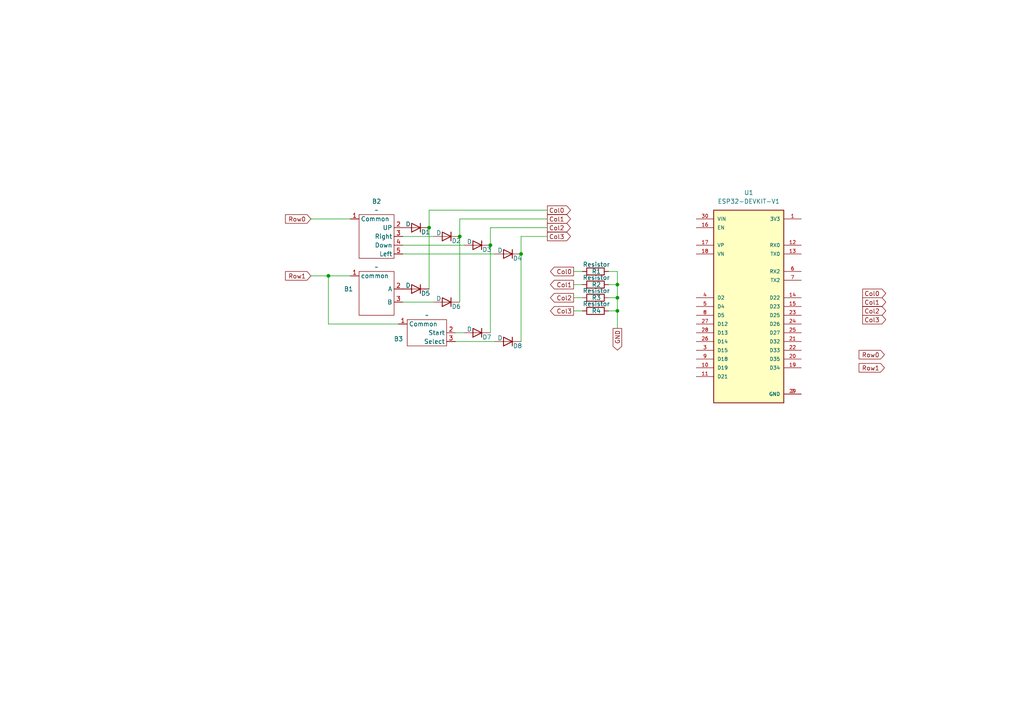
<source format=kicad_sch>
(kicad_sch (version 20240812) (generator "eeschema") (generator_version "8.99")
  (paper "A4")
  (lib_symbols
    (symbol "GBC_SYM:GBC_ActionBTNs"
      (property "Reference" "B" (at -3.048 7.874 0))
      (symbol "GBC_ActionBTNs_0_1"
        (rectangle (start -3.81 6.35) (end 6.35 -6.35))
      )
      (symbol "GBC_ActionBTNs_1_1"
        (pin passive line (at -6.35 5.08 0) (length 2.54) (name "common") (number "1"))
        (pin passive line (at 8.89 1.27 180) (length 2.54) (name "A") (number "2"))
        (pin passive line (at 8.89 -2.54 180) (length 2.54) (name "B") (number "3"))
      )
    )
    (symbol "GBC_SYM:GBC_DPad"
      (property "Reference" "B" (at -3.302 7.62 0))
      (symbol "GBC_DPad_0_1"
        (rectangle (start -3.81 6.35) (end 6.35 -6.35))
      )
      (symbol "GBC_DPad_1_1"
        (pin passive line (at -6.35 5.08 0) (length 2.54) (name "Common") (number "1"))
        (pin passive line (at 8.89 2.54 180) (length 2.54) (name "UP") (number "2"))
        (pin passive line (at 8.89 0 180) (length 2.54) (name "Right") (number "3"))
        (pin passive line (at 8.89 -2.54 180) (length 2.54) (name "Down") (number "4"))
        (pin passive line (at 8.89 -5.08 180) (length 2.54) (name "Left") (number "5"))
      )
    )
    (symbol "GBC_SYM:GBC_StartSelect"
      (property "Reference" "B" (at -3.302 5.08 0))
      (symbol "GBC_StartSelect_0_1"
        (rectangle (start -3.81 3.81) (end 7.62 -3.81))
      )
      (symbol "GBC_StartSelect_1_1"
        (pin passive line (at -6.35 2.54 0) (length 2.54) (name "Common") (number "1"))
        (pin passive line (at 10.16 0 180) (length 2.54) (name "Start") (number "2"))
        (pin passive line (at 10.16 -2.54 180) (length 2.54) (name "Select") (number "3"))
      )
    )
    (symbol "TIGMIT_KEBOARD_SYMBOLS:D" (pin_numbers hide) (pin_names (offset 1.016) hide)
      (property "Reference" "D" (at 0 2.54 0))
      (property "Value" "D" (at 0 -2.54 0))
      (symbol "D_0_1"
        (polyline (pts (xy -1.27 1.27) (xy -1.27 -1.27)) (stroke (width 0.254)))
        (polyline (pts (xy 1.27 1.27) (xy 1.27 -1.27) (xy -1.27 0) (xy 1.27 1.27)) (stroke (width 0.254)))
        (polyline (pts (xy 1.27 0) (xy -1.27 0)))
      )
      (symbol "D_1_1"
        (pin passive line (at -3.81 0 0) (length 2.54) (name "K") (number "1"))
        (pin passive line (at 3.81 0 180) (length 2.54) (name "A") (number "2"))
      )
    )
    (symbol "TIGMIT_KEBOARD_SYMBOLS:Placeholder_Resistor" (pin_numbers hide) (pin_names (offset 0))
      (property "Reference" "R" (at 0 2.032 0))
      (property "Value" "Resistor" (at 0 -2.54 0))
      (symbol "Placeholder_Resistor_0_1"
        (rectangle (start 2.54 -1.016) (end -2.54 1.016) (stroke (width 0.254)))
      )
      (symbol "Placeholder_Resistor_1_1"
        (pin passive line (at -3.81 0 0) (length 1.27) (name "~") (number "1"))
        (pin passive line (at 3.81 0 180) (length 1.27) (name "~") (number "2"))
      )
    )
    (symbol "tigmit_stuff:ESP32-DEVKIT-V1" (pin_names (offset 1.016))
      (property "Reference" "U5" (at 0 -33.02 0))
      (property "Value" "ESP32-DEVKIT-V1 Matrix Handler" (at 0 -30.48 0))
      (symbol "ESP32-DEVKIT-V1_0_0"
        (rectangle (start -10.16 -27.94) (end 10.16 27.94) (stroke (width 0.254)) (fill (type background)))
        (pin input line (at -15.24 25.4 0) (length 5.08) (name "VIN") (number "30"))
        (pin input line (at -15.24 22.86 0) (length 5.08) (name "EN") (number "16"))
        (pin bidirectional line (at -15.24 17.78 0) (length 5.08) (name "VP") (number "17"))
        (pin bidirectional line (at -15.24 15.24 0) (length 5.08) (name "VN") (number "18"))
        (pin bidirectional line (at -15.24 2.54 0) (length 5.08) (name "D2") (number "4"))
        (pin bidirectional line (at -15.24 0 0) (length 5.08) (name "D4") (number "5"))
        (pin bidirectional line (at -15.24 -2.54 0) (length 5.08) (name "D5") (number "8"))
        (pin bidirectional line (at -15.24 -5.08 0) (length 5.08) (name "D12") (number "27"))
        (pin bidirectional line (at -15.24 -7.62 0) (length 5.08) (name "D13") (number "28"))
        (pin bidirectional line (at -15.24 -10.16 0) (length 5.08) (name "D14") (number "26"))
        (pin bidirectional line (at -15.24 -12.7 0) (length 5.08) (name "D15") (number "3"))
        (pin bidirectional line (at -15.24 -15.24 0) (length 5.08) (name "D18") (number "9"))
        (pin bidirectional line (at -15.24 -17.78 0) (length 5.08) (name "D19") (number "10"))
        (pin bidirectional line (at -15.24 -20.32 0) (length 5.08) (name "D21") (number "11"))
        (pin output line (at 15.24 25.4 180) (length 5.08) (name "3V3") (number "1"))
        (pin input line (at 15.24 17.78 180) (length 5.08) (name "RX0") (number "12"))
        (pin output line (at 15.24 15.24 180) (length 5.08) (name "TX0") (number "13"))
        (pin input line (at 15.24 10.16 180) (length 5.08) (name "RX2") (number "6"))
        (pin output line (at 15.24 7.62 180) (length 5.08) (name "TX2") (number "7"))
        (pin bidirectional line (at 15.24 2.54 180) (length 5.08) (name "D22") (number "14"))
        (pin bidirectional line (at 15.24 0 180) (length 5.08) (name "D23") (number "15"))
        (pin bidirectional line (at 15.24 -2.54 180) (length 5.08) (name "D25") (number "23"))
        (pin bidirectional line (at 15.24 -5.08 180) (length 5.08) (name "D26") (number "24"))
        (pin bidirectional line (at 15.24 -7.62 180) (length 5.08) (name "D27") (number "25"))
        (pin bidirectional line (at 15.24 -10.16 180) (length 5.08) (name "D32") (number "21"))
        (pin bidirectional line (at 15.24 -12.7 180) (length 5.08) (name "D33") (number "22"))
        (pin bidirectional line (at 15.24 -15.24 180) (length 5.08) (name "D35") (number "20"))
        (pin bidirectional line (at 15.24 -17.78 180) (length 5.08) (name "D34") (number "19"))
        (pin power_in line (at 15.24 -25.4 180) (length 5.08) (name "GND") (number "2"))
        (pin power_in line (at 15.24 -25.4 180) (length 5.08) (name "GND") (number "29"))
      )
    )
  )
  (junction (at 151.13 73.66))
  (junction (at 124.46 66.04))
  (junction (at 179.07 86.36))
  (junction (at 95.25 80.01))
  (junction (at 133.35 68.58))
  (junction (at 179.07 90.17))
  (junction (at 179.07 82.55))
  (junction (at 142.24 71.12))
  (wire (pts (xy 90.17 80.01) (xy 95.25 80.01)))
  (wire (pts (xy 125.73 68.58) (xy 116.84 68.58)))
  (wire (pts (xy 176.53 82.55) (xy 179.07 82.55)))
  (wire (pts (xy 142.24 66.04) (xy 158.75 66.04)))
  (wire (pts (xy 151.13 99.06) (xy 151.13 73.66)))
  (wire (pts (xy 142.24 66.04) (xy 142.24 71.12)))
  (wire (pts (xy 179.07 86.36) (xy 179.07 90.17)))
  (wire (pts (xy 124.46 60.96) (xy 158.75 60.96)))
  (wire (pts (xy 176.53 86.36) (xy 179.07 86.36)))
  (wire (pts (xy 166.37 82.55) (xy 168.91 82.55)))
  (wire (pts (xy 176.53 78.74) (xy 179.07 78.74)))
  (wire (pts (xy 95.25 93.98) (xy 115.57 93.98)))
  (wire (pts (xy 125.73 87.63) (xy 116.84 87.63)))
  (wire (pts (xy 166.37 86.36) (xy 168.91 86.36)))
  (wire (pts (xy 124.46 66.04) (xy 124.46 83.82)))
  (wire (pts (xy 166.37 78.74) (xy 168.91 78.74)))
  (wire (pts (xy 133.35 63.5) (xy 133.35 68.58)))
  (wire (pts (xy 179.07 82.55) (xy 179.07 86.36)))
  (wire (pts (xy 95.25 93.98) (xy 95.25 80.01)))
  (wire (pts (xy 176.53 90.17) (xy 179.07 90.17)))
  (wire (pts (xy 133.35 63.5) (xy 158.75 63.5)))
  (wire (pts (xy 124.46 60.96) (xy 124.46 66.04)))
  (wire (pts (xy 134.62 71.12) (xy 116.84 71.12)))
  (wire (pts (xy 134.62 96.52) (xy 132.08 96.52)))
  (wire (pts (xy 179.07 90.17) (xy 179.07 95.25)))
  (wire (pts (xy 151.13 68.58) (xy 158.75 68.58)))
  (wire (pts (xy 133.35 68.58) (xy 133.35 87.63)))
  (wire (pts (xy 179.07 78.74) (xy 179.07 82.55)))
  (wire (pts (xy 90.17 63.5) (xy 101.6 63.5)))
  (wire (pts (xy 142.24 71.12) (xy 142.24 96.52)))
  (wire (pts (xy 95.25 80.01) (xy 101.6 80.01)))
  (wire (pts (xy 143.51 99.06) (xy 132.08 99.06)))
  (wire (pts (xy 143.51 73.66) (xy 116.84 73.66)))
  (wire (pts (xy 166.37 90.17) (xy 168.91 90.17)))
  (wire (pts (xy 151.13 73.66) (xy 151.13 68.58)))
  (global_label "Row1" (shape input) (at 90.17 80.01 180) (property "Intersheetrefs" "${INTERSHEET_REFS}" (effects (hide yes))))
  (global_label "Row0" (shape input) (at 90.17 63.5 180) (property "Intersheetrefs" "${INTERSHEET_REFS}" (effects (hide yes))))
  (global_label "Col2" (shape output) (at 166.37 86.36 180) (property "Intersheetrefs" "${INTERSHEET_REFS}" (effects (hide yes))))
  (global_label "Col2" (shape output) (at 250.19 90.17 0) (property "Intersheetrefs" "${INTERSHEET_REFS}" (effects (hide yes))))
  (global_label "Col1" (shape output) (at 250.19 87.63 0) (property "Intersheetrefs" "${INTERSHEET_REFS}" (effects (hide yes))))
  (global_label "Col3" (shape output) (at 250.19 92.71 0) (property "Intersheetrefs" "${INTERSHEET_REFS}" (effects (hide yes))))
  (global_label "Col3" (shape output) (at 166.37 90.17 180) (property "Intersheetrefs" "${INTERSHEET_REFS}" (effects (hide yes))))
  (global_label "Col2" (shape output) (at 158.75 66.04 0) (property "Intersheetrefs" "${INTERSHEET_REFS}" (effects (hide yes))))
  (global_label "Col1" (shape output) (at 158.75 63.5 0) (property "Intersheetrefs" "${INTERSHEET_REFS}" (effects (hide yes))))
  (global_label "GND" (shape output) (at 179.07 95.25 270) (property "Intersheetrefs" "${INTERSHEET_REFS}" (effects (hide yes))))
  (global_label "Row1" (shape input) (at 256.54 106.68 180) (property "Intersheetrefs" "${INTERSHEET_REFS}" (effects (hide yes))))
  (global_label "Col0" (shape output) (at 250.19 85.09 0) (property "Intersheetrefs" "${INTERSHEET_REFS}" (effects (hide yes))))
  (global_label "Row0" (shape input) (at 256.54 102.87 180) (property "Intersheetrefs" "${INTERSHEET_REFS}" (effects (hide yes))))
  (global_label "Col1" (shape output) (at 166.37 82.55 180) (property "Intersheetrefs" "${INTERSHEET_REFS}" (effects (hide yes))))
  (global_label "Col0" (shape output) (at 158.75 60.96 0) (property "Intersheetrefs" "${INTERSHEET_REFS}" (effects (hide yes))))
  (global_label "Col3" (shape output) (at 158.75 68.58 0) (property "Intersheetrefs" "${INTERSHEET_REFS}" (effects (hide yes))))
  (global_label "Col0" (shape output) (at 166.37 78.74 180) (property "Intersheetrefs" "${INTERSHEET_REFS}" (effects (hide yes))))
  (symbol (lib_id "tigmit_stuff:ESP32-DEVKIT-V1") (at 217.17 88.9 0) (unit 1)
    (property "Reference" "U1" (at 217.17 55.88 0))
    (property "Value" "ESP32-DEVKIT-V1" (at 217.17 58.42 0))
    (property "Footprint" "tigmitLib:ESP32 Vroom Devkit V1" (effects (hide yes)))
    (property "MF" "Do it" (effects (hide yes)))
    (property "MAXIMUM_PACKAGE_HEIGHT" "6.8 mm" (effects (hide yes)))
    (property "Package" "None" (effects (hide yes)))
    (property "Price" "None" (effects (hide yes)))
    (property "Check_prices" "https://www.snapeda.com/parts/ESP32-DEVKIT-V1/Do+it/view-part/?ref=eda" (effects (hide yes)))
    (property "STANDARD" "Manufacturer Recommendations" (effects (hide yes)))
    (property "PARTREV" "N/A" (effects (hide yes)))
    (property "SnapEDA_Link" "https://www.snapeda.com/parts/ESP32-DEVKIT-V1/Do+it/view-part/?ref=snap" (effects (hide yes)))
    (property "MP" "ESP32-DEVKIT-V1" (effects (hide yes)))
    (property "Description_1" "\nDual core, Wi-Fi: 2.4 GHz up to 150 Mbits/s,BLE (Bluetooth Low Energy) and legacy Bluetooth, 32 bits, Up to 240 MHz\n" (effects (hide yes)))
    (property "Availability" "Not in stock" (effects (hide yes)))
    (property "MANUFACTURER" "DOIT" (effects (hide yes)))
  )
  (symbol (lib_id "TIGMIT_KEBOARD_SYMBOLS:D") (at 147.32 73.66 180) (unit 1)
    (property "Reference" "D4" (at 150.114 74.93 0))
    (property "Value" "D" (at 145.034 72.644 0))
    (property "Description" "Diode" (effects (hide yes)))
    (property "Sim.Device" "D" (effects (hide yes)))
    (property "Sim.Pins" "1=K 2=A" (effects (hide yes)))
  )
  (symbol (lib_id "TIGMIT_KEBOARD_SYMBOLS:D") (at 129.54 68.58 180) (unit 1)
    (property "Reference" "D2" (at 132.334 69.85 0))
    (property "Value" "D" (at 127.254 67.564 0))
    (property "Description" "Diode" (effects (hide yes)))
    (property "Sim.Device" "D" (effects (hide yes)))
    (property "Sim.Pins" "1=K 2=A" (effects (hide yes)))
  )
  (symbol (lib_id "TIGMIT_KEBOARD_SYMBOLS:Placeholder_Resistor") (at 172.72 82.55 0) (unit 1)
    (property "Reference" "R2" (at 172.974 82.55 0))
    (property "Value" "Resistor" (at 172.974 80.518 0))
    (property "Description" "Resistor" (effects (hide yes)))
  )
  (symbol (lib_id "TIGMIT_KEBOARD_SYMBOLS:D") (at 138.43 96.52 180) (unit 1)
    (property "Reference" "D7" (at 141.224 97.79 0))
    (property "Value" "D" (at 136.144 95.504 0))
    (property "Description" "Diode" (effects (hide yes)))
    (property "Sim.Device" "D" (effects (hide yes)))
    (property "Sim.Pins" "1=K 2=A" (effects (hide yes)))
  )
  (symbol (lib_id "TIGMIT_KEBOARD_SYMBOLS:Placeholder_Resistor") (at 172.72 78.74 0) (unit 1)
    (property "Reference" "R1" (at 172.974 78.74 0))
    (property "Value" "Resistor" (at 172.974 76.708 0))
    (property "Description" "Resistor" (effects (hide yes)))
  )
  (symbol (lib_id "TIGMIT_KEBOARD_SYMBOLS:Placeholder_Resistor") (at 172.72 86.36 0) (unit 1)
    (property "Reference" "R3" (at 172.974 86.36 0))
    (property "Value" "Resistor" (at 172.974 84.328 0))
    (property "Description" "Resistor" (effects (hide yes)))
  )
  (symbol (lib_id "GBC_SYM:GBC_StartSelect") (at 121.92 96.52 0) (unit 1)
    (property "Reference" "B3" (at 115.57 98.298 0))
    (property "Value" "~" (at 123.825 91.44 0))
  )
  (symbol (lib_id "GBC_SYM:GBC_DPad") (at 107.95 68.58 0) (unit 1)
    (property "Reference" "B2" (at 109.22 58.42 0))
    (property "Value" "~" (at 109.22 60.96 0))
  )
  (symbol (lib_id "TIGMIT_KEBOARD_SYMBOLS:D") (at 147.32 99.06 180) (unit 1)
    (property "Reference" "D8" (at 150.114 100.33 0))
    (property "Value" "D" (at 145.034 98.044 0))
    (property "Description" "Diode" (effects (hide yes)))
    (property "Sim.Device" "D" (effects (hide yes)))
    (property "Sim.Pins" "1=K 2=A" (effects (hide yes)))
  )
  (symbol (lib_id "TIGMIT_KEBOARD_SYMBOLS:D") (at 120.65 83.82 180) (unit 1)
    (property "Reference" "D5" (at 123.444 85.09 0))
    (property "Value" "D" (at 118.364 82.804 0))
    (property "Description" "Diode" (effects (hide yes)))
    (property "Sim.Device" "D" (effects (hide yes)))
    (property "Sim.Pins" "1=K 2=A" (effects (hide yes)))
  )
  (symbol (lib_id "TIGMIT_KEBOARD_SYMBOLS:D") (at 120.65 66.04 180) (unit 1)
    (property "Reference" "D1" (at 123.444 67.31 0))
    (property "Value" "D" (at 118.364 65.024 0))
    (property "Description" "Diode" (effects (hide yes)))
    (property "Sim.Device" "D" (effects (hide yes)))
    (property "Sim.Pins" "1=K 2=A" (effects (hide yes)))
  )
  (symbol (lib_id "GBC_SYM:GBC_ActionBTNs") (at 107.95 85.09 0) (unit 1)
    (property "Reference" "B1" (at 101.092 83.82 0))
    (property "Value" "~" (at 109.22 77.47 0))
  )
  (symbol (lib_id "TIGMIT_KEBOARD_SYMBOLS:D") (at 138.43 71.12 180) (unit 1)
    (property "Reference" "D3" (at 141.224 72.39 0))
    (property "Value" "D" (at 136.144 70.104 0))
    (property "Description" "Diode" (effects (hide yes)))
    (property "Sim.Device" "D" (effects (hide yes)))
    (property "Sim.Pins" "1=K 2=A" (effects (hide yes)))
  )
  (symbol (lib_id "TIGMIT_KEBOARD_SYMBOLS:Placeholder_Resistor") (at 172.72 90.17 0) (unit 1)
    (property "Reference" "R4" (at 172.974 90.17 0))
    (property "Value" "Resistor" (at 172.974 88.138 0))
    (property "Description" "Resistor" (effects (hide yes)))
  )
  (symbol (lib_id "TIGMIT_KEBOARD_SYMBOLS:D") (at 129.54 87.63 180) (unit 1)
    (property "Reference" "D6" (at 132.334 88.9 0))
    (property "Value" "D" (at 127.254 86.614 0))
    (property "Description" "Diode" (effects (hide yes)))
    (property "Sim.Device" "D" (effects (hide yes)))
    (property "Sim.Pins" "1=K 2=A" (effects (hide yes)))
  )
)
</source>
